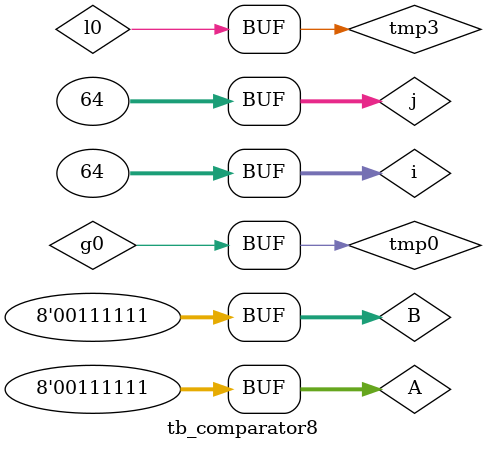
<source format=v>
`timescale 1ns / 1ps
module tb_comparator8(
    );


	 reg [7:0] A, B;  
	 wire lt, eq, gt;
	 wire e0, e1, e2;
	 wire g0, g1, g2;
	 wire l0, l1, l2;
	 
	 integer i;
	 integer j; 
	
	
	 Comparator3_1 gate0(A[7:5], B[7:5], l0, e0, g0);  
	 Comparator3_1 gate1(A[4:2], B[4:2], l1, e1, g1);  
	 Comparator3_1 gate2(A[2:0], B[2:0], l2, e2, g2);
	

	 assign eq = e0 & e1 & e2;
	 
	 wire tmp0, tmp1, tmp2;
	 assign tmp0 = g0;
	 assign tmp1 = e0 & g1;
	 assign tmp2 = e0 & e1 & g2;
	 assign gt = tmp0 | tmp1 | tmp2;  
	 
	 wire tmp3, tmp4, tmp5;
	 assign tmp3 = l0;
	 assign tmp4 = e0 & l1;
	 assign tmp5 = e0 & e1 & l2;
	 assign lt = tmp3 | tmp4 | tmp5;  
	 
	 
	 initial begin  
			for (i = 0; i < 64; i = i + 1)  
			begin
				for (j = 0; j < 64; j = j + 1)  
				begin   
					  A = i;  
					  B = j;  
					  #3;  
				end   		
			end
	 end   
	 
endmodule   

</source>
